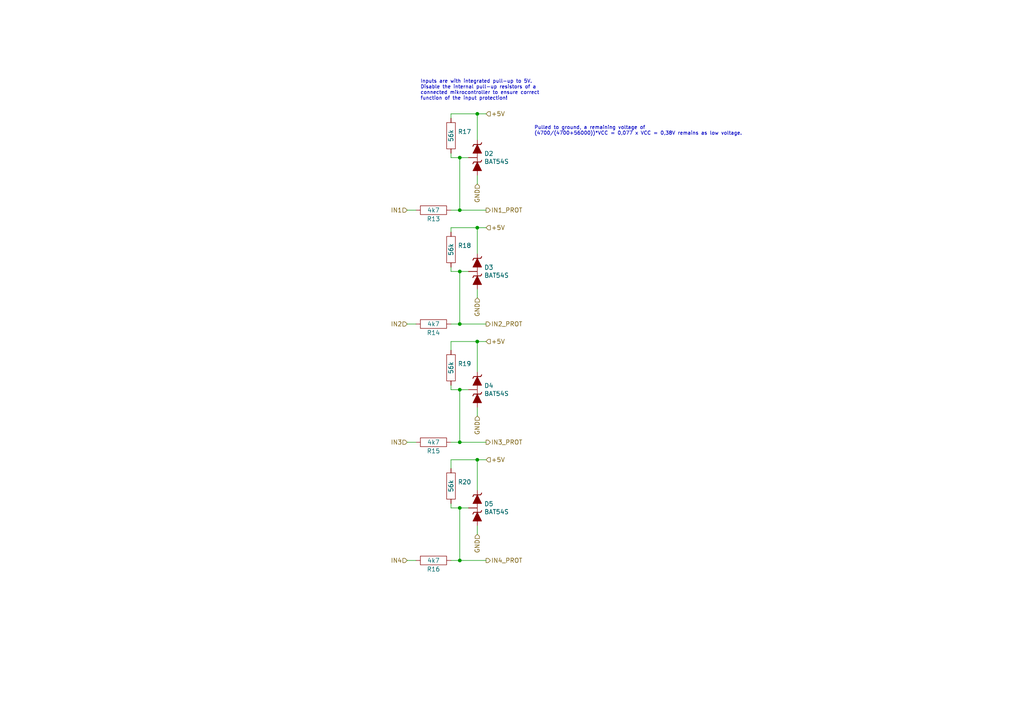
<source format=kicad_sch>
(kicad_sch (version 20211123) (generator eeschema)
  (paper "A4")
  (title_block (title "4 Inputs") (date "2016-11-29") (rev "B") (company "KoeWiBa") (comment 1 "Baseboard for Raspberry PI 2B"))
  (lib_symbols
    (symbol "diodes:BAT54S" (pin_numbers hide) (pin_names (offset 1.016) hide)
      (property "Reference" "D" (at 1.905 -6.35 0))
      (property "Value" "BAT54S" (at 0 6.35 0))
      (symbol "BAT54S_0_1"
        (polyline (pts (xy 0 -1.27) (xy 0 1.27) (xy 0 1.27)))
        (polyline (pts (xy -1.27 -1.778) (xy -1.016 -1.27) (xy 1.016 -1.27) (xy 1.27 -0.762)) (stroke (width 0.254)))
        (polyline (pts (xy -1.27 1.27) (xy 1.27 1.27) (xy 0 3.81) (xy -1.27 1.27) (xy -1.27 1.27)) (fill (type outline)))
        (polyline (pts (xy -1.27 3.302) (xy -1.016 3.81) (xy 1.016 3.81) (xy 1.27 4.318) (xy 1.27 4.318)) (stroke (width 0.254)))
        (polyline (pts (xy 0 -1.27) (xy -1.27 -3.81) (xy 1.27 -3.81) (xy 0 -1.27) (xy 0 -1.27)) (fill (type outline)))
      )
      (symbol "BAT54S_1_1"
        (pin input line (at 0 -5.08 90) (length 2.54) (name "1") (number "1"))
        (pin input line (at 0 5.08 270) (length 2.54) (name "2") (number "2"))
        (pin input line (at -2.54 0 0) (length 2.54) (name "3") (number "3"))
      )
    )
    (symbol "standard:R" (pin_numbers hide) (pin_names (offset 1.016) hide)
      (property "Reference" "R" (at 0 -2.54 0))
      (property "Value" "R" (at 0 0 0))
      (symbol "R_0_1"
        (rectangle (start -3.81 1.27) (end 3.81 -1.27))
      )
      (symbol "R_1_1"
        (pin passive line (at -5.08 0 0) (length 1.27) (name "1") (number "1"))
        (pin passive line (at 5.08 0 180) (length 1.27) (name "2") (number "2"))
      )
    )
  )
  (junction (at 138.43 133.35))
  (junction (at 133.35 162.56))
  (junction (at 138.43 66.04))
  (junction (at 133.35 113.03))
  (junction (at 133.35 147.32))
  (junction (at 133.35 128.27))
  (junction (at 133.35 78.74))
  (junction (at 133.35 60.96))
  (junction (at 138.43 99.06))
  (junction (at 133.35 93.98))
  (junction (at 138.43 33.02))
  (junction (at 133.35 45.72))
  (wire (pts (xy 133.35 113.03) (xy 135.89 113.03)))
  (wire (pts (xy 130.81 66.04) (xy 138.43 66.04)))
  (wire (pts (xy 130.81 93.98) (xy 133.35 93.98)))
  (wire (pts (xy 118.11 128.27) (xy 120.65 128.27)))
  (wire (pts (xy 138.43 86.36) (xy 138.43 83.82)))
  (wire (pts (xy 138.43 33.02) (xy 140.97 33.02)))
  (wire (pts (xy 130.81 66.04) (xy 130.81 67.31)))
  (wire (pts (xy 130.81 33.02) (xy 138.43 33.02)))
  (wire (pts (xy 130.81 60.96) (xy 133.35 60.96)))
  (wire (pts (xy 130.81 99.06) (xy 138.43 99.06)))
  (wire (pts (xy 130.81 135.89) (xy 130.81 133.35)))
  (wire (pts (xy 133.35 147.32) (xy 133.35 162.56)))
  (wire (pts (xy 130.81 101.6) (xy 130.81 99.06)))
  (wire (pts (xy 138.43 53.34) (xy 138.43 50.8)))
  (wire (pts (xy 138.43 154.94) (xy 138.43 152.4)))
  (wire (pts (xy 138.43 66.04) (xy 140.97 66.04)))
  (wire (pts (xy 130.81 113.03) (xy 133.35 113.03)))
  (wire (pts (xy 133.35 60.96) (xy 140.97 60.96)))
  (wire (pts (xy 130.81 133.35) (xy 138.43 133.35)))
  (wire (pts (xy 118.11 60.96) (xy 120.65 60.96)))
  (wire (pts (xy 133.35 113.03) (xy 133.35 128.27)))
  (wire (pts (xy 130.81 147.32) (xy 130.81 146.05)))
  (wire (pts (xy 118.11 93.98) (xy 120.65 93.98)))
  (wire (pts (xy 133.35 128.27) (xy 140.97 128.27)))
  (wire (pts (xy 138.43 66.04) (xy 138.43 73.66)))
  (wire (pts (xy 138.43 133.35) (xy 140.97 133.35)))
  (wire (pts (xy 133.35 162.56) (xy 140.97 162.56)))
  (wire (pts (xy 138.43 99.06) (xy 138.43 107.95)))
  (wire (pts (xy 130.81 113.03) (xy 130.81 111.76)))
  (wire (pts (xy 130.81 33.02) (xy 130.81 34.29)))
  (wire (pts (xy 133.35 78.74) (xy 135.89 78.74)))
  (wire (pts (xy 130.81 78.74) (xy 130.81 77.47)))
  (wire (pts (xy 138.43 33.02) (xy 138.43 40.64)))
  (wire (pts (xy 130.81 147.32) (xy 133.35 147.32)))
  (wire (pts (xy 118.11 162.56) (xy 120.65 162.56)))
  (wire (pts (xy 138.43 99.06) (xy 140.97 99.06)))
  (wire (pts (xy 130.81 45.72) (xy 130.81 44.45)))
  (wire (pts (xy 133.35 147.32) (xy 135.89 147.32)))
  (wire (pts (xy 133.35 93.98) (xy 140.97 93.98)))
  (wire (pts (xy 130.81 78.74) (xy 133.35 78.74)))
  (wire (pts (xy 138.43 133.35) (xy 138.43 142.24)))
  (wire (pts (xy 133.35 78.74) (xy 133.35 93.98)))
  (wire (pts (xy 130.81 45.72) (xy 133.35 45.72)))
  (wire (pts (xy 130.81 162.56) (xy 133.35 162.56)))
  (wire (pts (xy 130.81 128.27) (xy 133.35 128.27)))
  (wire (pts (xy 133.35 45.72) (xy 133.35 60.96)))
  (wire (pts (xy 133.35 45.72) (xy 135.89 45.72)))
  (wire (pts (xy 138.43 120.65) (xy 138.43 118.11)))
  (text "Inputs are with integrated pull-up to 5V. \nDisable the internal pull-up resistors of a \nconnected mikrocontroller to ensure correct \nfunction of the input protection!" (at 121.92 29.21 0) (effects (font (size 1.016 1.016)) (justify left bottom)))
  (text "Pulled to ground, a remaining voltage of \n(4700/(4700+56000))*VCC = 0,077 x VCC = 0,38V remains as low voltage." (at 154.94 39.37 0) (effects (font (size 1.016 1.016)) (justify left bottom)))
  (hierarchical_label "IN4_PROT" (shape output) (at 140.97 162.56 0))
  (hierarchical_label "IN1" (shape input) (at 118.11 60.96 180))
  (hierarchical_label "+5V" (shape input) (at 140.97 33.02 0))
  (hierarchical_label "IN3" (shape input) (at 118.11 128.27 180))
  (hierarchical_label "IN1_PROT" (shape output) (at 140.97 60.96 0))
  (hierarchical_label "+5V" (shape input) (at 140.97 133.35 0))
  (hierarchical_label "IN3_PROT" (shape output) (at 140.97 128.27 0))
  (hierarchical_label "IN2_PROT" (shape output) (at 140.97 93.98 0))
  (hierarchical_label "GND" (shape input) (at 138.43 154.94 270))
  (hierarchical_label "IN2" (shape input) (at 118.11 93.98 180))
  (hierarchical_label "GND" (shape input) (at 138.43 120.65 270))
  (hierarchical_label "+5V" (shape input) (at 140.97 99.06 0))
  (hierarchical_label "IN4" (shape input) (at 118.11 162.56 180))
  (hierarchical_label "+5V" (shape input) (at 140.97 66.04 0))
  (hierarchical_label "GND" (shape input) (at 138.43 53.34 270))
  (hierarchical_label "GND" (shape input) (at 138.43 86.36 270))
  (symbol (lib_id "standard:R") (at 125.73 60.96 0) (unit 1)
    (property "Reference" "R13" (at 125.73 63.5 0))
    (property "Value" "4k7" (at 125.73 60.96 0))
    (property "Footprint" "Resistor:R_0805" (effects hide))
  )
  (symbol (lib_id "diodes:BAT54S") (at 138.43 45.72 0) (unit 1)
    (property "Reference" "D2" (at 140.4366 44.5516 0) (effects (justify left)))
    (property "Value" "BAT54S" (at 140.4366 46.863 0) (effects (justify left)))
    (property "Footprint" "Housings_SOT:SOT23-3" (effects hide))
  )
  (symbol (lib_id "standard:R") (at 125.73 93.98 0) (unit 1)
    (property "Reference" "R14" (at 125.73 96.52 0))
    (property "Value" "4k7" (at 125.73 93.98 0))
    (property "Footprint" "Resistor:R_0805" (effects hide))
  )
  (symbol (lib_id "diodes:BAT54S") (at 138.43 78.74 0) (unit 1)
    (property "Reference" "D3" (at 140.4366 77.5716 0) (effects (justify left)))
    (property "Value" "BAT54S" (at 140.4366 79.883 0) (effects (justify left)))
    (property "Footprint" "Housings_SOT:SOT23-3" (effects hide))
  )
  (symbol (lib_id "standard:R") (at 125.73 128.27 0) (unit 1)
    (property "Reference" "R15" (at 125.73 130.81 0))
    (property "Value" "4k7" (at 125.73 128.27 0))
    (property "Footprint" "Resistor:R_0805" (effects hide))
  )
  (symbol (lib_id "diodes:BAT54S") (at 138.43 113.03 0) (unit 1)
    (property "Reference" "D4" (at 140.4366 111.8616 0) (effects (justify left)))
    (property "Value" "BAT54S" (at 140.4366 114.173 0) (effects (justify left)))
    (property "Footprint" "Housings_SOT:SOT23-3" (effects hide))
  )
  (symbol (lib_id "standard:R") (at 125.73 162.56 0) (unit 1)
    (property "Reference" "R16" (at 125.73 165.1 0))
    (property "Value" "4k7" (at 125.73 162.56 0))
    (property "Footprint" "Resistor:R_0805" (effects hide))
  )
  (symbol (lib_id "diodes:BAT54S") (at 138.43 147.32 0) (unit 1)
    (property "Reference" "D5" (at 140.4366 146.1516 0) (effects (justify left)))
    (property "Value" "BAT54S" (at 140.4366 148.463 0) (effects (justify left)))
    (property "Footprint" "Housings_SOT:SOT23-3" (effects hide))
  )
  (symbol (lib_id "standard:R") (at 130.81 72.39 270) (unit 1)
    (property "Reference" "R18" (at 132.7912 71.2216 90) (effects (justify left)))
    (property "Value" "56k" (at 130.81 72.39 0))
    (property "Footprint" "Resistor:R_0805" (effects hide))
  )
  (symbol (lib_id "standard:R") (at 130.81 39.37 270) (unit 1)
    (property "Reference" "R17" (at 132.7912 38.2016 90) (effects (justify left)))
    (property "Value" "56k" (at 130.81 39.37 0))
    (property "Footprint" "Resistor:R_0805" (effects hide))
  )
  (symbol (lib_id "standard:R") (at 130.81 106.68 270) (unit 1)
    (property "Reference" "R19" (at 132.7912 105.5116 90) (effects (justify left)))
    (property "Value" "56k" (at 130.81 106.68 0))
    (property "Footprint" "Resistor:R_0805" (effects hide))
  )
  (symbol (lib_id "standard:R") (at 130.81 140.97 270) (unit 1)
    (property "Reference" "R20" (at 132.7912 139.8016 90) (effects (justify left)))
    (property "Value" "56k" (at 130.81 140.97 0))
    (property "Footprint" "Resistor:R_0805" (effects hide))
  )
)
</source>
